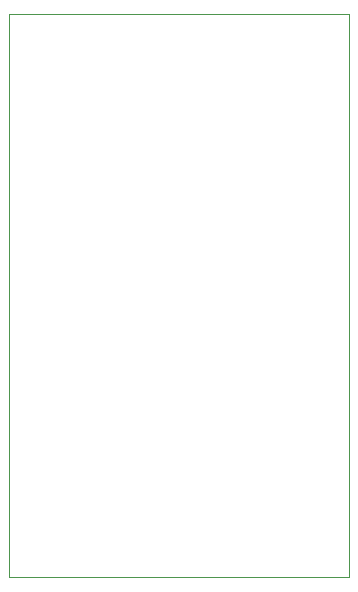
<source format=gbr>
%TF.GenerationSoftware,KiCad,Pcbnew,7.0.8*%
%TF.CreationDate,2024-05-06T13:54:13-04:00*%
%TF.ProjectId,scart breakout,73636172-7420-4627-9265-616b6f75742e,rev?*%
%TF.SameCoordinates,Original*%
%TF.FileFunction,Profile,NP*%
%FSLAX46Y46*%
G04 Gerber Fmt 4.6, Leading zero omitted, Abs format (unit mm)*
G04 Created by KiCad (PCBNEW 7.0.8) date 2024-05-06 13:54:13*
%MOMM*%
%LPD*%
G01*
G04 APERTURE LIST*
%TA.AperFunction,Profile*%
%ADD10C,0.100000*%
%TD*%
G04 APERTURE END LIST*
D10*
X12194000Y-12411600D02*
X40985000Y-12411600D01*
X40985000Y-60067200D01*
X12194000Y-60067200D01*
X12194000Y-12411600D01*
M02*

</source>
